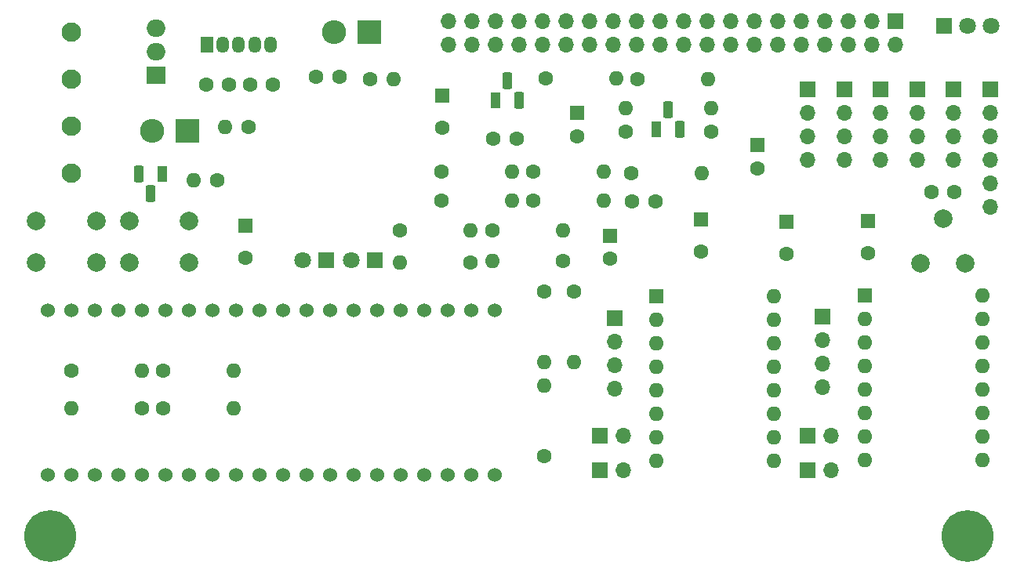
<source format=gbr>
%TF.GenerationSoftware,KiCad,Pcbnew,7.0.1*%
%TF.CreationDate,2023-07-10T14:16:02+02:00*%
%TF.ProjectId,RasPi-Car,52617350-692d-4436-9172-2e6b69636164,rev?*%
%TF.SameCoordinates,Original*%
%TF.FileFunction,Soldermask,Bot*%
%TF.FilePolarity,Negative*%
%FSLAX46Y46*%
G04 Gerber Fmt 4.6, Leading zero omitted, Abs format (unit mm)*
G04 Created by KiCad (PCBNEW 7.0.1) date 2023-07-10 14:16:02*
%MOMM*%
%LPD*%
G01*
G04 APERTURE LIST*
G04 Aperture macros list*
%AMRoundRect*
0 Rectangle with rounded corners*
0 $1 Rounding radius*
0 $2 $3 $4 $5 $6 $7 $8 $9 X,Y pos of 4 corners*
0 Add a 4 corners polygon primitive as box body*
4,1,4,$2,$3,$4,$5,$6,$7,$8,$9,$2,$3,0*
0 Add four circle primitives for the rounded corners*
1,1,$1+$1,$2,$3*
1,1,$1+$1,$4,$5*
1,1,$1+$1,$6,$7*
1,1,$1+$1,$8,$9*
0 Add four rect primitives between the rounded corners*
20,1,$1+$1,$2,$3,$4,$5,0*
20,1,$1+$1,$4,$5,$6,$7,0*
20,1,$1+$1,$6,$7,$8,$9,0*
20,1,$1+$1,$8,$9,$2,$3,0*%
G04 Aperture macros list end*
%ADD10R,1.700000X1.700000*%
%ADD11O,1.700000X1.700000*%
%ADD12R,1.350000X1.800000*%
%ADD13O,1.350000X1.800000*%
%ADD14C,1.600000*%
%ADD15O,1.600000X1.600000*%
%ADD16R,1.600000X1.600000*%
%ADD17C,2.100000*%
%ADD18C,2.000000*%
%ADD19R,1.100000X1.800000*%
%ADD20RoundRect,0.275000X0.275000X0.625000X-0.275000X0.625000X-0.275000X-0.625000X0.275000X-0.625000X0*%
%ADD21R,2.000000X1.905000*%
%ADD22O,2.000000X1.905000*%
%ADD23R,1.800000X1.800000*%
%ADD24C,1.800000*%
%ADD25RoundRect,0.275000X-0.275000X-0.625000X0.275000X-0.625000X0.275000X0.625000X-0.275000X0.625000X0*%
%ADD26R,2.600000X2.600000*%
%ADD27O,2.600000X2.600000*%
%ADD28C,5.600000*%
%ADD29C,1.524000*%
G04 APERTURE END LIST*
D10*
%TO.C,J10*%
X187198000Y-93980000D03*
D11*
X187198000Y-96520000D03*
X187198000Y-99060000D03*
X187198000Y-101600000D03*
%TD*%
D12*
%TO.C,U1*%
X114477800Y-89154000D03*
D13*
X116177800Y-89154000D03*
X117877800Y-89154000D03*
X119577800Y-89154000D03*
X121277800Y-89154000D03*
%TD*%
D10*
%TO.C,J6*%
X179324000Y-93980000D03*
D11*
X179324000Y-96520000D03*
X179324000Y-99060000D03*
X179324000Y-101600000D03*
%TD*%
D14*
%TO.C,R2*%
X139750800Y-105968800D03*
D15*
X147370800Y-105968800D03*
%TD*%
D16*
%TO.C,C7*%
X167767000Y-108006000D03*
D14*
X167767000Y-111506000D03*
%TD*%
%TO.C,R11*%
X154051000Y-115824000D03*
D15*
X154051000Y-123444000D03*
%TD*%
D14*
%TO.C,R16*%
X99822000Y-124333000D03*
D15*
X107442000Y-124333000D03*
%TD*%
D10*
%TO.C,J3*%
X158470600Y-118643400D03*
D11*
X158470600Y-121183400D03*
X158470600Y-123723400D03*
X158470600Y-126263400D03*
%TD*%
D14*
%TO.C,C9*%
X162864800Y-106045000D03*
X160364800Y-106045000D03*
%TD*%
%TO.C,R13*%
X168910000Y-98552000D03*
D15*
X168910000Y-96012000D03*
%TD*%
D17*
%TO.C,J1*%
X99822000Y-102997000D03*
X99822000Y-97917000D03*
X99822000Y-92837000D03*
X99822000Y-87757000D03*
%TD*%
D14*
%TO.C,C3*%
X121589800Y-93472000D03*
X119089800Y-93472000D03*
%TD*%
%TO.C,C8*%
X128758000Y-92583000D03*
X126258000Y-92583000D03*
%TD*%
%TO.C,R10*%
X152908000Y-112522000D03*
D15*
X145288000Y-112522000D03*
%TD*%
D14*
%TO.C,C15*%
X114350800Y-93472000D03*
X116850800Y-93472000D03*
%TD*%
%TO.C,R17*%
X149656800Y-105968800D03*
D15*
X157276800Y-105968800D03*
%TD*%
D14*
%TO.C,R4*%
X109728000Y-128397000D03*
D15*
X117348000Y-128397000D03*
%TD*%
D14*
%TO.C,R15*%
X107442000Y-128397000D03*
D15*
X99822000Y-128397000D03*
%TD*%
D16*
%TO.C,C2*%
X139877800Y-94613349D03*
D14*
X139877800Y-98113349D03*
%TD*%
D16*
%TO.C,C13*%
X173863000Y-99989000D03*
D14*
X173863000Y-102489000D03*
%TD*%
D10*
%TO.C,JP1*%
X156845000Y-135128000D03*
D11*
X159385000Y-135128000D03*
%TD*%
D18*
%TO.C,RV1*%
X191516000Y-112776000D03*
X193929000Y-107950000D03*
X196342000Y-112776000D03*
%TD*%
D14*
%TO.C,C4*%
X145358800Y-99314000D03*
X147858800Y-99314000D03*
%TD*%
%TO.C,R21*%
X118901000Y-98044000D03*
D15*
X116361000Y-98044000D03*
%TD*%
D10*
%TO.C,J9*%
X195072000Y-93980000D03*
D11*
X195072000Y-96520000D03*
X195072000Y-99060000D03*
X195072000Y-101600000D03*
%TD*%
D10*
%TO.C,J7*%
X183261000Y-93980000D03*
D11*
X183261000Y-96520000D03*
X183261000Y-99060000D03*
X183261000Y-101600000D03*
%TD*%
D16*
%TO.C,C6*%
X185801000Y-108133000D03*
D14*
X185801000Y-111633000D03*
%TD*%
D19*
%TO.C,Q4*%
X109601000Y-103105000D03*
D20*
X108331000Y-105175000D03*
X107061000Y-103105000D03*
%TD*%
D16*
%TO.C,A1*%
X162991800Y-116332000D03*
D15*
X162991800Y-118872000D03*
X162991800Y-121412000D03*
X162991800Y-123952000D03*
X162991800Y-126492000D03*
X162991800Y-129032000D03*
X162991800Y-131572000D03*
X162991800Y-134112000D03*
X175691800Y-134112000D03*
X175691800Y-131572000D03*
X175691800Y-129032000D03*
X175691800Y-126492000D03*
X175691800Y-123952000D03*
X175691800Y-121412000D03*
X175691800Y-118872000D03*
X175691800Y-116332000D03*
%TD*%
D21*
%TO.C,Q3*%
X108966000Y-92456000D03*
D22*
X108966000Y-89916000D03*
X108966000Y-87376000D03*
%TD*%
D14*
%TO.C,R22*%
X132080000Y-92811600D03*
D15*
X134620000Y-92811600D03*
%TD*%
D16*
%TO.C,C5*%
X154406600Y-96509200D03*
D14*
X154406600Y-99009200D03*
%TD*%
D10*
%TO.C,J2*%
X188772800Y-86614000D03*
D11*
X188772800Y-89154000D03*
X186232800Y-86614000D03*
X186232800Y-89154000D03*
X183692800Y-86614000D03*
X183692800Y-89154000D03*
X181152800Y-86614000D03*
X181152800Y-89154000D03*
X178612800Y-86614000D03*
X178612800Y-89154000D03*
X176072800Y-86614000D03*
X176072800Y-89154000D03*
X173532800Y-86614000D03*
X173532800Y-89154000D03*
X170992800Y-86614000D03*
X170992800Y-89154000D03*
X168452800Y-86614000D03*
X168452800Y-89154000D03*
X165912800Y-86614000D03*
X165912800Y-89154000D03*
X163372800Y-86614000D03*
X163372800Y-89154000D03*
X160832800Y-86614000D03*
X160832800Y-89154000D03*
X158292800Y-86614000D03*
X158292800Y-89154000D03*
X155752800Y-86614000D03*
X155752800Y-89154000D03*
X153212800Y-86614000D03*
X153212800Y-89154000D03*
X150672800Y-86614000D03*
X150672800Y-89154000D03*
X148132800Y-86614000D03*
X148132800Y-89154000D03*
X145592800Y-86614000D03*
X145592800Y-89154000D03*
X143052800Y-86614000D03*
X143052800Y-89154000D03*
X140512800Y-86614000D03*
X140512800Y-89154000D03*
%TD*%
D23*
%TO.C,D4*%
X194081400Y-87122000D03*
D24*
X199161400Y-87122000D03*
X196621400Y-87122000D03*
%TD*%
D14*
%TO.C,R8*%
X135305800Y-109220000D03*
D15*
X142925800Y-109220000D03*
%TD*%
D19*
%TO.C,Q1*%
X162966400Y-98240800D03*
D25*
X164236400Y-96170800D03*
X165506400Y-98240800D03*
%TD*%
D10*
%TO.C,JP4*%
X156845000Y-131368800D03*
D11*
X159385000Y-131368800D03*
%TD*%
D26*
%TO.C,D2*%
X131953000Y-87757000D03*
D27*
X128143000Y-87757000D03*
%TD*%
D14*
%TO.C,R20*%
X142875000Y-112649000D03*
D15*
X135255000Y-112649000D03*
%TD*%
D16*
%TO.C,A2*%
X185470800Y-116205000D03*
D15*
X185470800Y-118745000D03*
X185470800Y-121285000D03*
X185470800Y-123825000D03*
X185470800Y-126365000D03*
X185470800Y-128905000D03*
X185470800Y-131445000D03*
X185470800Y-133985000D03*
X198170800Y-133985000D03*
X198170800Y-131445000D03*
X198170800Y-128905000D03*
X198170800Y-126365000D03*
X198170800Y-123825000D03*
X198170800Y-121285000D03*
X198170800Y-118745000D03*
X198170800Y-116205000D03*
%TD*%
D14*
%TO.C,R9*%
X145313400Y-109220000D03*
D15*
X152933400Y-109220000D03*
%TD*%
D18*
%TO.C,SW2*%
X106045000Y-108149000D03*
X112545000Y-108149000D03*
X106045000Y-112649000D03*
X112545000Y-112649000D03*
%TD*%
D26*
%TO.C,D1*%
X112308000Y-98425000D03*
D27*
X108498000Y-98425000D03*
%TD*%
D10*
%TO.C,J5*%
X199009000Y-93980000D03*
D11*
X199009000Y-96520000D03*
X199009000Y-99060000D03*
X199009000Y-101600000D03*
X199009000Y-104140000D03*
X199009000Y-106680000D03*
%TD*%
D16*
%TO.C,C1*%
X118618000Y-108641000D03*
D14*
X118618000Y-112141000D03*
%TD*%
D16*
%TO.C,C11*%
X177038000Y-108260000D03*
D14*
X177038000Y-111760000D03*
%TD*%
%TO.C,R7*%
X160909000Y-92837000D03*
D15*
X168529000Y-92837000D03*
%TD*%
D14*
%TO.C,C14*%
X195179000Y-105029000D03*
X192679000Y-105029000D03*
%TD*%
%TO.C,R19*%
X109728000Y-124333000D03*
D15*
X117348000Y-124333000D03*
%TD*%
D14*
%TO.C,R18*%
X150876000Y-133604000D03*
D15*
X150876000Y-125984000D03*
%TD*%
D28*
%TO.C,REF\u002A\u002A*%
X97536000Y-142240000D03*
%TD*%
D23*
%TO.C,D5*%
X132588000Y-112395000D03*
D24*
X130048000Y-112395000D03*
%TD*%
D14*
%TO.C,R3*%
X149656800Y-102870000D03*
D15*
X157276800Y-102870000D03*
%TD*%
D16*
%TO.C,C12*%
X157962600Y-109768000D03*
D14*
X157962600Y-112268000D03*
%TD*%
%TO.C,R23*%
X115519200Y-103733600D03*
D15*
X112979200Y-103733600D03*
%TD*%
D10*
%TO.C,JP3*%
X179319000Y-131368800D03*
D11*
X181859000Y-131368800D03*
%TD*%
D19*
%TO.C,U3*%
X145592800Y-95091200D03*
D25*
X146862800Y-93021200D03*
X148132800Y-95091200D03*
%TD*%
D14*
%TO.C,R5*%
X151053800Y-92760800D03*
D15*
X158673800Y-92760800D03*
%TD*%
D18*
%TO.C,SW1*%
X102512000Y-112649000D03*
X96012000Y-112649000D03*
X102512000Y-108149000D03*
X96012000Y-108149000D03*
%TD*%
D10*
%TO.C,J8*%
X191135000Y-93980000D03*
D11*
X191135000Y-96520000D03*
X191135000Y-99060000D03*
X191135000Y-101600000D03*
%TD*%
D14*
%TO.C,R14*%
X150876000Y-115824000D03*
D15*
X150876000Y-123444000D03*
%TD*%
D28*
%TO.C,REF\u002A\u002A*%
X196596000Y-142240000D03*
%TD*%
D23*
%TO.C,D3*%
X127355600Y-112420400D03*
D24*
X124815600Y-112420400D03*
%TD*%
D14*
%TO.C,R1*%
X139750800Y-102870000D03*
D15*
X147370800Y-102870000D03*
%TD*%
D14*
%TO.C,R12*%
X159639000Y-98501200D03*
D15*
X159639000Y-95961200D03*
%TD*%
D10*
%TO.C,JP2*%
X179324000Y-135128000D03*
D11*
X181864000Y-135128000D03*
%TD*%
D10*
%TO.C,J4*%
X180924200Y-118491000D03*
D11*
X180924200Y-121031000D03*
X180924200Y-123571000D03*
X180924200Y-126111000D03*
%TD*%
D14*
%TO.C,R6*%
X160274000Y-102997000D03*
D15*
X167894000Y-102997000D03*
%TD*%
D29*
%TO.C,U2*%
X97231200Y-135636000D03*
X99771200Y-135636000D03*
X102311200Y-135636000D03*
X104851200Y-135636000D03*
X107391200Y-135636000D03*
X109931200Y-135636000D03*
X112471200Y-135636000D03*
X115011200Y-135636000D03*
X117551200Y-135636000D03*
X120091200Y-135636000D03*
X122631200Y-135636000D03*
X125171200Y-135636000D03*
X127711200Y-135636000D03*
X130251200Y-135636000D03*
X132791200Y-135636000D03*
X135331200Y-135636000D03*
X137871200Y-135636000D03*
X140411200Y-135636000D03*
X142951200Y-135636000D03*
X145491200Y-135636000D03*
X145491200Y-117856000D03*
X142951200Y-117856000D03*
X140411200Y-117856000D03*
X137871200Y-117856000D03*
X135331200Y-117856000D03*
X132791200Y-117856000D03*
X130251200Y-117856000D03*
X127711200Y-117856000D03*
X125171200Y-117856000D03*
X122631200Y-117856000D03*
X120091200Y-117856000D03*
X117551200Y-117856000D03*
X115011200Y-117856000D03*
X112471200Y-117856000D03*
X109931200Y-117856000D03*
X107391200Y-117856000D03*
X104851200Y-117856000D03*
X102311200Y-117856000D03*
X99771200Y-117856000D03*
X97231200Y-117856000D03*
%TD*%
M02*

</source>
